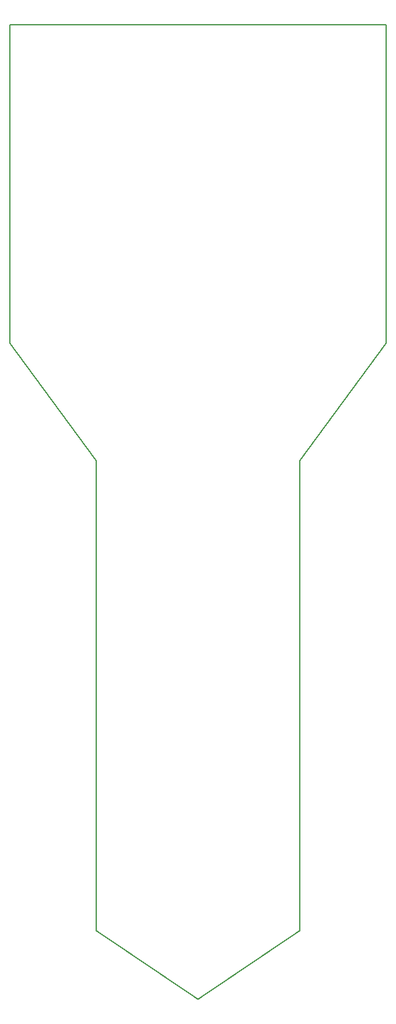
<source format=gm1>
G04 #@! TF.GenerationSoftware,KiCad,Pcbnew,(5.1.9-0-10_14)*
G04 #@! TF.CreationDate,2021-04-26T19:25:28+02:00*
G04 #@! TF.ProjectId,Le_kube,4c655f6b-7562-4652-9e6b-696361645f70,rev?*
G04 #@! TF.SameCoordinates,Original*
G04 #@! TF.FileFunction,Profile,NP*
%FSLAX46Y46*%
G04 Gerber Fmt 4.6, Leading zero omitted, Abs format (unit mm)*
G04 Created by KiCad (PCBNEW (5.1.9-0-10_14)) date 2021-04-26 19:25:28*
%MOMM*%
%LPD*%
G01*
G04 APERTURE LIST*
G04 #@! TA.AperFunction,Profile*
%ADD10C,0.150000*%
G04 #@! TD*
G04 APERTURE END LIST*
D10*
X74700000Y-54600000D02*
X126300000Y-54600000D01*
X114450000Y-178650000D02*
X100500000Y-188000000D01*
X114450000Y-114300000D02*
X126300000Y-98175000D01*
X126300000Y-98175000D02*
X126300000Y-54600000D01*
X114450000Y-114300000D02*
X114450000Y-178650000D01*
X86550000Y-114300000D02*
X86550000Y-178650000D01*
X74700000Y-98175000D02*
X74700000Y-54600000D01*
X86550000Y-114300000D02*
X74700000Y-98175000D01*
X86550000Y-178650000D02*
X100500000Y-188000000D01*
M02*

</source>
